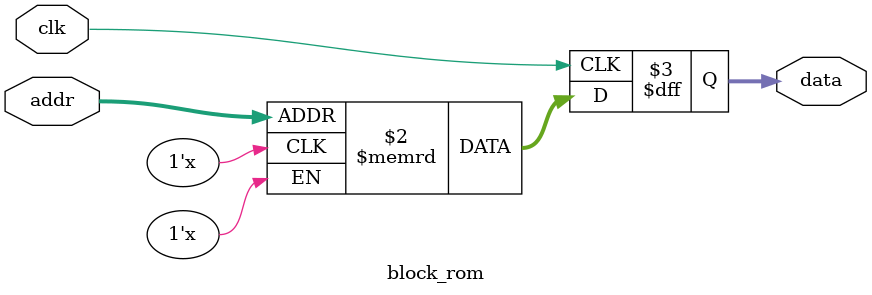
<source format=v>
`timescale 1ns / 1ps

module distributed_rom(
    input wire clk,
    input wire [31:0] addr,
    output wire [31:0] data
);
    reg [31:0] mem [0:31];

    assign data = mem[addr];
endmodule

module block_rom #(
    parameter CAPACITY = 32'h1_8000
) (
    input wire clk,
    input wire [31:0] addr,
    output reg [31:0] data
);
    reg [31:0] mem [0:CAPACITY - 1];

    always @(posedge clk) begin
        data <= mem[addr];
    end
endmodule

</source>
